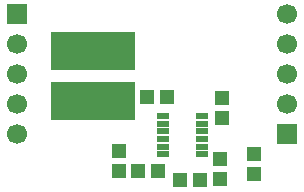
<source format=gbr>
G04 DipTrace 3.0.0.2*
G04 TopMask.gbr*
%MOIN*%
G04 #@! TF.FileFunction,Soldermask,Top*
G04 #@! TF.Part,Single*
%ADD33R,0.283465X0.125984*%
%ADD35C,0.066929*%
%ADD37R,0.066929X0.066929*%
%ADD39R,0.047244X0.051181*%
%ADD41R,0.051181X0.047244*%
%ADD43R,0.042874X0.024409*%
%FSLAX26Y26*%
G04*
G70*
G90*
G75*
G01*
G04 TopMask*
%LPD*%
D43*
X1083642Y619980D3*
Y594390D3*
Y568799D3*
Y543209D3*
X953720Y619980D3*
X1083642Y645571D3*
Y671161D3*
X953720Y594390D3*
Y568799D3*
Y543209D3*
Y645571D3*
Y671161D3*
D41*
X901575Y734252D3*
X968504D3*
X938976Y488189D3*
X872047D3*
D39*
X1257874Y543307D3*
Y476378D3*
X809055Y555118D3*
Y488189D3*
X1151575Y665354D3*
Y732283D3*
D41*
X1078740Y456693D3*
X1011811D3*
D39*
X1145669Y527559D3*
Y460630D3*
D37*
X1368504Y609843D3*
D35*
Y709843D3*
Y809843D3*
Y909843D3*
Y1009843D3*
D37*
X468504D3*
D35*
Y909843D3*
Y809843D3*
Y709843D3*
Y609843D3*
D33*
X722441Y722441D3*
Y887795D3*
M02*

</source>
